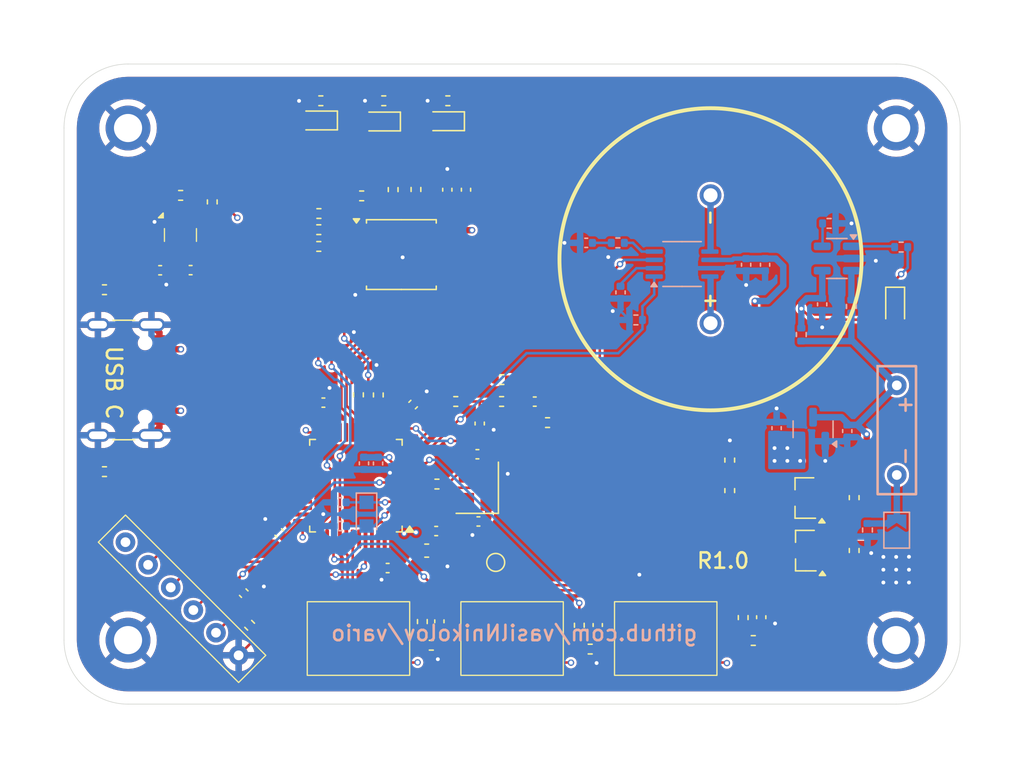
<source format=kicad_pcb>
(kicad_pcb (version 20240108) (generator "pcbnew") (generator_version "8.0")
  (layers (0 "F.Cu" mixed) (1 "In1.Cu" signal) (2 "In2.Cu" signal) (31 "B.Cu" mixed) (34 "B.Paste" user) (35 "F.Paste" user) (36 "B.SilkS" user "B.Silkscreen") (37 "F.SilkS" user "F.Silkscreen") (38 "B.Mask" user) (39 "F.Mask" user) (44 "Edge.Cuts" user))
  (net 0 "")
  (net 1 "VBATT")
  (net 2 "GND")
  (net 3 "VCC")
  (net 4 "VBATT_SW")
  (net 5 "Net-(U1-BYPASS)")
  (net 6 "Net-(C8-Pad2)")
  (net 7 "Net-(C8-Pad1)")
  (net 8 "Net-(C9-Pad1)")
  (net 9 "Net-(C10-Pad1)")
  (net 10 "V_USB")
  (net 11 "/mcu/SW1")
  (net 12 "/mcu/WKUP1")
  (net 13 "/mcu/SW3")
  (net 14 "/mcu/NRST")
  (net 15 "/mcu/OSC32_IN")
  (net 16 "/mcu/OSC32_OUT")
  (net 17 "Net-(D1-K)")
  (net 18 "/leds/LED1")
  (net 19 "Net-(D2-K)")
  (net 20 "/leds/LED2")
  (net 21 "/leds/LED3")
  (net 22 "Net-(D3-K)")
  (net 23 "Net-(D5-K)")
  (net 24 "/mcu/SWCLK")
  (net 25 "/mcu/SWDIO")
  (net 26 "Net-(U1-VoN)")
  (net 27 "Net-(U1-VoP)")
  (net 28 "/mcu/USB_D-")
  (net 29 "/mcu/USB_D+")
  (net 30 "Net-(Q1-D)")
  (net 31 "/mcu/VBATT_SW_EN")
  (net 32 "/bme280/BME280_I2C_SCK")
  (net 33 "/bme280/BME280_I2C_SDA")
  (net 34 "Net-(U3-~{CS})")
  (net 35 "/mcu/MEM_CS_ALT")
  (net 36 "/mcu/SPI1_NSS")
  (net 37 "Net-(U3-DO(IO1))")
  (net 38 "/mcu/SPI1_MOSI")
  (net 39 "Net-(U3-DI(IO0))")
  (net 40 "/mcu/SPI1_MISO")
  (net 41 "/mcu/SPI1_SCK")
  (net 42 "Net-(U3-CLK)")
  (net 43 "/mcu/MEM_WP")
  (net 44 "/mcu/MEM_HOLD")
  (net 45 "/audio_amp/AUDIO_AMP_ENABLE")
  (net 46 "Net-(U1-INP)")
  (net 47 "Net-(U1-INN)")
  (net 48 "/audio_amp/AUDIO_IN_ANALOG")
  (net 49 "/audio_amp/AUDIO_IN_PWM")
  (net 50 "/mcu/ADC_IN3")
  (net 51 "/mcu/BOOT0")
  (net 52 "Net-(U7-~{CHRG})")
  (net 53 "Net-(U7-PROG)")
  (net 58 "Net-(BT2--)")
  (net 59 "/mcu/OSC_IN")
  (net 60 "Net-(C20-Pad1)")
  (net 63 "/mcu/OSC_OUT")
  (net 65 "Net-(U4-CC2)")
  (net 66 "Net-(U4-CC1)")
  (net 69 "Net-(U7-BAT)")
  (net 70 "Net-(S4-B)")
  (net 71 "Net-(S5-B)")
  (net 72 "Net-(S6-B)")
  (net 79 "/mcu/RTC_CALIB")
  (footprint "Resistor_SMD:R_0402_1005Metric" (layer "F.Cu") (at 153.05 143.24 90)
    (property "Reference" "R40" (hide yes))
    (property "Value" "100k")
  )
  (footprint "LED_SMD:LED_0603_1608Metric_Pad1.05x0.95mm_HandSolder" (layer "F.Cu") (at 124.615 104.49 180)
    (property "Reference" "D2" (hide yes))
    (property "Value" "LED")
  )
  (footprint "Capacitor_SMD:C_0402_1005Metric" (layer "F.Cu") (at 127.27 126.6 45)
    (property "Reference" "C30" (hide yes))
    (property "Value" "100nF")
  )
  (footprint "Resistor_SMD:R_0402_1005Metric" (layer "F.Cu") (at 153.84 145.03 180)
    (property "Reference" "R37" (hide yes))
    (property "Value" "100k")
  )
  (footprint "Resistor_SMD:R_0402_1005Metric" (layer "F.Cu") (at 119.91 111.68)
    (property "Reference" "R5" (hide yes))
    (property "Value" "0R")
  )
  (footprint "Resistor_SMD:R_0402_1005Metric" (layer "F.Cu") (at 103.16 131.84 180)
    (property "Reference" "R4" (hide yes))
    (property "Value" "5k1")
  )
  (footprint "Capacitor_SMD:C_0402_1005Metric" (layer "F.Cu") (at 107.51 116.11)
    (property "Reference" "C2" (hide yes))
    (property "Value" "100nF")
  )
  (footprint "Capacitor_SMD:C_0402_1005Metric" (layer "F.Cu") (at 109.89 116.1 180)
    (property "Reference" "C1" (hide yes))
    (property "Value" "100nF")
  )
  (footprint "Capacitor_SMD:C_0402_1005Metric" (layer "F.Cu") (at 141.69 143.82 90)
    (property "Reference" "C17" (hide yes))
    (property "Value" "100nF")
  )
  (footprint "Resistor_SMD:R_0402_1005Metric" (layer "F.Cu") (at 141.1 145.7 180)
    (property "Reference" "R36" (hide yes))
    (property "Value" "100k")
  )
  (footprint "Resistor_SMD:R_0402_1005Metric" (layer "F.Cu") (at 114.5 143.84 135)
    (property "Reference" "R26" (hide yes))
    (property "Value" "10k")
  )
  (footprint "Resistor_SMD:R_0402_1005Metric" (layer "F.Cu") (at 161.72 133.87 90)
    (property "Reference" "R22" (hide yes))
    (property "Value" "100k")
  )
  (footprint "Resistor_SMD:R_0402_1005Metric" (layer "F.Cu") (at 129.13 132.81 180)
    (property "Reference" "R30" (hide yes))
    (property "Value" "0R")
  )
  (footprint "LED_SMD:LED_0603_1608Metric_Pad1.05x0.95mm_HandSolder" (layer "F.Cu") (at 119.695 104.41 180)
    (property "Reference" "D3" (hide yes))
    (property "Value" "LED")
  )
  (footprint "Resistor_SMD:R_0402_1005Metric" (layer "F.Cu") (at 161.72 138 90)
    (property "Reference" "R23" (hide yes))
    (property "Value" "100k")
  )
  (footprint "TestPoint:TestPoint_Pad_D1.0mm" (layer "F.Cu") (at 133.72 138.93)
    (property "Reference" "TP4" (hide yes))
    (property "Value" "TestPoint")
  )
  (footprint "symbol_lib:speaker_footprint" (layer "F.Cu") (at 150.5 115.25 90)
    (property "Reference" "LS1" (hide yes))
    (property "Value" "Speaker")
  )
  (footprint "Capacitor_SMD:C_0402_1005Metric" (layer "F.Cu") (at 132.37 135.73 180)
    (property "Reference" "C13" (hide yes))
    (property "Value" "12.5pF")
  )
  (footprint "Resistor_SMD:R_0402_1005Metric" (layer "F.Cu") (at 128.69 145.4 180)
    (property "Reference" "R27" (hide yes))
    (property "Value" "100k")
  )
  (footprint "Resistor_SMD:R_0402_1005Metric" (layer "F.Cu") (at 152 130.94 90)
    (property "Reference" "R25" (hide yes))
    (property "Value" "100k")
  )
  (footprint "Resistor_SMD:R_0402_1005Metric" (layer "F.Cu") (at 137.77 128.01 180)
    (property "Reference" "R17" (hide yes))
    (property "Value" "100k")
  )
  (footprint "Package_TO_SOT_SMD:SOT-23_Handsoldering" (layer "F.Cu") (at 157.9 138.01 180)
    (property "Reference" "Q1" (hide yes))
    (property "Value" "NMOS")
  )
  (footprint "Capacitor_SMD:C_0402_1005Metric" (layer "F.Cu") (at 136.77 126.37 180)
    (property "Reference" "C8" (hide yes))
    (property "Value" "100nF")
  )
  (footprint "Resistor_SMD:R_0402_1005Metric" (layer "F.Cu") (at 140.25 143.84 90)
    (property "Reference" "R39" (hide yes))
    (property "Value" "100k")
  )
  (footprint "Capacitor_SMD:C_0402_1005Metric" (layer "F.Cu") (at 129.07 136.48)
    (property "Reference" "C24" (hide yes))
    (property "Value" "100nF")
  )
  (footprint "Resistor_SMD:R_0402_1005Metric" (layer "F.Cu") (at 127.49 109.8 -90)
    (property "Reference" "R11" (hide yes))
    (property "Value" "100k")
  )
  (footprint "Capacitor_SMD:C_0402_1005Metric" (layer "F.Cu") (at 132.29 130.48)
    (property "Reference" "C20" (hide yes))
    (property "Value" "12.5pF")
  )
  (footprint "Resistor_SMD:R_0402_1005Metric" (layer "F.Cu") (at 134.18 126.36 180)
    (property "Reference" "R20" (hide yes))
    (property "Value" "0R")
  )
  (footprint "Resistor_SMD:R_0402_1005Metric" (layer "F.Cu") (at 134.2 124.65 180)
    (property "Reference" "R19" (hide yes))
    (property "Value" "0R")
  )
  (footprint "Resistor_SMD:R_0402_1005Metric" (layer "F.Cu") (at 130.6 126.36 180)
    (property "Reference" "R21" (hide yes))
    (property "Value" "680R")
  )
  (footprint "MountingHole:MountingHole_2.2mm_M2_ISO7380_Pad" (layer "F.Cu") (at 165 105)
    (property "Reference" "H3" (hide yes))
    (property "Value" "MountingHole_Pad")
  )
  (footprint "Resistor_SMD:R_0402_1005Metric" (layer "F.Cu") (at 123.25 110.3 180)
    (property "Reference" "R8" (hide yes))
    (property "Value" "100k")
  )
  (footprint "Crystal:Crystal_SMD_3225-4Pin_3.2x2.5mm" (layer "F.Cu") (at 132.28 133.1 90)
    (property "Reference" "Y2" (hide yes))
    (property "Value" "Crystal_GND24")
  )
  (footprint "symbol_lib:TS-1187A-B-A-B_switch" (layer "F.Cu") (at 123 143)
    (property "Reference" "S4" (hide yes))
    (property "Value" "Switch")
  )
  (footprint "Capacitor_SMD:C_0402_1005Metric" (layer "F.Cu") (at 129.94 109.82 90)
    (property "Reference" "C3" (hide yes))
    (property "Value" "100nF")
  )
  (footprint "Resistor_SMD:R_0402_1005Metric" (layer "F.Cu") (at 124.55 125.85 90)
    (property "Reference" "R9" (hide yes))
    (property "Value" "0R")
  )
  (footprint "MountingHole:MountingHole_2.2mm_M2_ISO7380_Pad" (layer "F.Cu") (at 165 145)
    (property "Reference" "H4" (hide yes))
    (property "Value" "MountingHole_Pad")
  )
  (footprint "Resistor_SMD:R_0402_1005Metric" (layer "F.Cu") (at 123 125.84 90)
    (property "Reference" "R7" (hide yes))
    (property "Value" "0R")
  )
  (footprint "Resistor_SMD:R_0402_1005Metric" (layer "F.Cu") (at 119.9 114.25)
    (property "Reference" "R6" (hide yes))
    (property "Value" "0R")
  )
  (footprint "Resistor_SMD:R_0402_1005Metric" (layer "F.Cu") (at 129.98 102.87 180)
    (property "Reference" "R12" (hide yes))
    (property "Value" "1k")
  )
  (footprint "Resistor_SMD:R_0402_1005Metric" (layer "F.Cu") (at 152 133.32 90)
    (property "Reference" "R24" (hide yes))
    (property "Value" "100k")
  )
  (footprint "Resistor_SMD:R_0402_1005Metric" (layer "F.Cu") (at 111.58 110.77 -90)
    (property "Reference" "R1" (hide yes))
    (property "Value" "4k7")
  )
  (footprint "Resistor_SMD:R_0402_1005Metric" (layer "F.Cu") (at 109.11 110.26)
    (property "Reference" "R2" (hide yes))
    (property "Value" "4k7")
  )
  (footprint "symbol_lib:TS-1187A-B-A-B_switch" (layer "F.Cu") (at 135 143)
    (property "Reference" "S5" (hide yes))
    (property "Value" "Switch")
  )
  (footprint "Package_QFP:LQFP-48_7x7mm_P0.5mm" (layer "F.Cu") (at 122.8 132.9375 180)
    (property "Reference" "U5" (hide yes))
    (property "Value" "STM32L072CBTx")
  )
  (footprint "Resistor_SMD:R_0402_1005Metric" (layer "F.Cu") (at 120.06 102.87 180)
    (property "Reference" "R14" (hide yes))
    (property "Value" "1k")
  )
  (footprint "Resistor_SMD:R_0402_1005Metric" (layer "F.Cu") (at 103.16 117.63)
    (property "Reference" "R15" (hide yes))
    (property "Value" "5k1")
  )
  (footprint "Capacitor_SMD:C_0603_1608Metric_Pad1.08x0.95mm_HandSolder" (layer "F.Cu") (at 128.33 138.01)
    (property "Reference" "C4" (hide yes))
    (property "Value" "10uF")
  )
  (footprint "Resistor_SMD:R_0402_1005Metric" (layer "F.Cu") (at 124.975 102.87 180)
    (property "Reference" "R13" (hide yes))
    (property "Value" "1k")
  )
  (footprint "Resistor_SMD:R_0402_1005Metric" (layer "F.Cu") (at 119.9 112.94)
    (property "Reference" "R3" (hide yes))
    (property "Value" "0R")
  )
  (footprint "MountingHole:MountingHole_2.2mm_M2_ISO7380_Pad" (layer "F.Cu") (at 105 145)
    (property "Reference" "H2" (hide yes))
    (property "Value" "MountingHole_Pad")
  )
  (footprint "Capacitor_SMD:C_0402_1005Metric" (layer "F.Cu") (at 116.810589 136.630589 135)
    (property "Reference" "C29" (hide yes))
    (property "Value" "100nF")
  )
  (footprint "Capacitor_SMD:C_0402_1005Metric" (layer "F.Cu") (at 114.04 141.33 -45)
    (property "Reference" "C21" (hide yes))
    (property "Value" "100nF")
  )
  (footprint "Capacitor_SMD:C_0402_1005Metric" (layer "F.Cu") (at 154.46 143.21 90)
    (property "Reference" "C28" (hide yes))
    (property "Value" "100nF")
  )
  (footprint "symbol_lib:SWD_programming" (layer "F.Cu") (at 104.8 137.35 45)
    (property "Reference" "J2" (hide yes))
    (property "Value" "~")
  )
  (footprint "symbol_lib:my_usbc" (layer "F.Cu") (at 112.045 125 -90)
    (property "Reference" "U4" (hide yes))
    (property "Value" "USB C connector")
  )
  (footprint "Capacitor_SMD:C_0402_1005Metric" (layer "F.Cu") (at 132.47 128.08 -90)
    (property "Reference" "C10" (hide yes))
    (property "Value" "10nF")
  )
  (footprint "Package_SO:SOIC-8_5.23x5.23mm_P1.27mm" (layer "F.Cu") (at 126.35 114.885)
    (property "Reference" "U3" (hide yes))
    (property "Value" "W25Q128JVS")
  )
  (footprint "MountingHole:MountingHole_2.2mm_M2_ISO7380_Pad" (layer "F.Cu") (at 105 105)
    (property "Reference" "H1" (hide yes))
    (property "Value" "MountingHole_Pad")
  )
  (footprint "Resistor_SMD:R_0402_1005Metric" (layer "F.Cu") (at 127.99 143.55 90)
    (property "Reference" "R38" (hide yes))
    (property "Value" "100k")
  )
  (footprint "symbol_lib:TS-1187A-B-A-B_switch" (layer "F.Cu") (at 147 143)
    (property "Reference" "S6" (hide yes))
    (property "Value" "Switch")
  )
  (footprint "Resistor_SMD:R_0402_1005Metric" (layer "F.Cu") (at 125.71 109.81 -90)
    (property "Reference" "R10" (hide yes))
    (property "Value" "100k")
  )
  (footprint "LED_SMD:LED_0603_1608Metric_Pad1.05x0.95mm_HandSolder" (layer "F.Cu") (at 129.615 104.47 180)
    (property "Reference" "D1" (hide yes))
    (property "Value" "LED")
  )
  (footprint "Capacitor_SMD:C_0402_1005Metric" (layer "F.Cu") (at 129.32 143.53 90)
    (property "Reference" "C16" (hide yes))
    (property "Value" "100nF")
  )
  (footprint "Capacitor_SMD:C_0402_1005Metric" (layer "F.Cu") (at 120.26 126.45)
    (property "Reference" "C23" (hide yes))
    (property "Value" "100nF")
  )
  (footprint "Capacitor_SMD:C_0402_1005Metric" (layer "F.Cu") (at 131.4 109.82 90)
    (property "Reference" "C15" (hide yes))
    (property "Value" "1uF")
  )
  (footprint "LED_SMD:LED_0603_1608Metric_Pad1.05x0.95mm_HandSolder" (layer "F.Cu") (at 164.92 119.095 -90)
    (property "Reference" "D5" (hide yes))
    (property "Value" "LED")
  )
  (footprint "Package_TO_SOT_SMD:SOT-23_Handsoldering" (layer "F.Cu") (at 157.86 133.9 180)
    (property "Reference" "Q2" (hide yes))
    (property "Value" "PMOS")
  )
  (footprint "Package_LGA:Bosch_LGA-8_2.5x2.5mm_P0.65mm_ClockwisePinNumbering" (layer "F.Cu") (at 109.095 113.355)
    (property "Reference" "U2" (hide yes))
    (property "Value" "BME280")
  )
  (footprint "Capacitor_SMD:C_0402_1005Metric" (layer "F.Cu") (at 125.28 139.37 180)
    (property "Reference" "C22" (hide yes))
    (property "Value" "100nF")
  )
  (footprint "Package_SO:MSOP-8-1EP_3x3mm_P0.65mm_EP2.5x3mm_Mask1.73x2.36mm" (layer "B.Cu") (at 148.275 115.625)
    (property "Reference" "U1" (hide yes))
    (property "Value" "~")
  )
  (footprint "Capacitor_SMD:C_0402_1005Metric" (layer "B.Cu") (at 159.22 118.77 -90)
    (property "Reference" "C14" (hide yes))
    (property "Value" "1uF")
  )
  (footprint "Package_TO_SOT_SMD:SOT-23" (layer "B.Cu") (at 158.51 128.5275 90)
    (property "Reference" "U8" (hide yes))
    (property "Value" "~")
  )
  (footprint "Capacitor_SMD:C_0402_1005Metric" (layer "B.Cu") (at 121.56 134.24 180)
    (property "Reference" "C27" (hide yes))
    (property "Value" "10pF")
  )
  (footprint "Jumper:SolderJumper-2_P1.3mm_Open_TrianglePad1.0x1.5mm" (layer "B.Cu") (at 165.04 136.415 90)
    (property "Reference" "JP2" (hide yes))
    (property "Value" "SolderJumper_2_Bridged")
  )
  (footprint "Resistor_SMD:R_0402_1005Metric" (layer "B.Cu") (at 159.76 112.45)
    (property "Reference" "R29" (hide yes))
    (property "Value" "10k")
  )
  (footprint "Capacitor_SMD:C_0402_1005Metric" (layer "B.Cu") (at 155.66 128.44 90)
    (property "Reference" "C19" (hide yes))
    (property "Value" "1uF")
  )
  (footprint "Capacitor_SMD:C_0402_1005Metric" (layer "B.Cu") (at 123.43 131.19 -90)
    (property "Reference" "C25" (hide yes))
    (property "Value" "100nF")
  )
  (footprint "Capacitor_SMD:C_0402_1005Metric" (layer "B.Cu") (at 140.79 113.97 180)
    (property "Reference" "C9" (hide yes))
    (property "Value" "100nF")
  )
  (footprint "Resistor_SMD:R_0402_1005Metric" (layer "B.Cu") (at 162.76 136.4 -90)
    (property "Reference" "R31" (hide yes))
    (property "Value" "0R")
  )
  (footprint "Crystal:Crystal_SMD_2012-2Pin_2.0x1.2mm_HandSoldering" (layer "B.Cu") (at 123.63 135.165 -90)
    (property "Reference" "Y1" (hide yes))
    (property "Value" "Crystal")
  )
  (footprint "Package_TO_SOT_SMD:SOT-23-5" (layer "B.Cu") (at 160.3625 115.19 180)
    (property "Reference" "U7" (hide yes))
    (property "Value" "~")
  )
  (footprint "Resistor_SMD:R_0402_1005Metric" (layer "B.Cu") (at 161.5 118.94 -90)
    (property "Reference" "R32" (hide yes))
    (property "Value" "0R")
  )
  (footprint "Resistor_SMD:R_0402_1005Metric" (layer "B.Cu") (at 157.59 121.13 -90)
    (property "Reference" "R33" (hide yes))
    (property "Value" "0R")
  )
  (footprint "Capacitor_SMD:C_0402_1005Metric" (layer "B.Cu") (at 143.47 117.84 -90)
    (property "Reference" "C7" (hide yes))
    (property "Value" "1uF")
  )
  (footprint "Capacitor_SMD:C_0402_1005Metric" (layer "B.Cu") (at 124.53 131.2 -90)
    (property "Reference" "C11" (hide yes))
    (property "Value" "1uF")
  )
  (footprint "Resistor_SMD:R_0402_1005Metric" (layer "B.Cu") (at 144.67 119.99)
    (property "Reference" "R16" (hide yes))
    (property "Value" "100k")
  )
  (footprint "Resistor_SMD:R_0402_1005Metric" (layer "B.Cu") (at 143.26 113.97 180)
    (property "Reference" "R18" (hide yes))
    (property "Value" "100k")
  )
  (footprint "symbol_lib:battery_th" (layer "B.Cu") (at 165.05 128.6 -90)
    (property "Reference" "BT2" (hide yes))
    (property "Value" "Battery_Cell")
  )
  (footprint "Capacitor_SMD:C_0402_1005Metric" (layer "B.Cu") (at 153.28 115.68 -90)
    (property "Reference" "C5" (hide yes))
    (property "Value" "1nF")
  )
  (footprint "Capacitor_SMD:C_0402_1005Metric" (layer "B.Cu") (at 161.18 128.67 -90)
    (property "Reference" "C18" (hide yes))
    (property "Value" "1uF")
  )
  (footprint "Capacitor_SMD:C_0402_1005Metric" (layer "B.Cu") (at 154.76 115.68 -90)
    (property "Reference" "C6" (hide yes))
    (property "Value" "1uF")
  )
  (footprint "Capacitor_SMD:C_0402_1005Metric" (layer "B.Cu") (at 121.58 136.09 180)
    (property "Reference" "C26" (hide yes))
    (property "Value" "10pF")
  )
  (footprint "Resistor_SMD:R_0402_1005Metric" (layer "B.Cu") (at 165.39 114.3 180)
    (property "Reference" "R28" (hide yes))
    (property "Value" "330R")
  )
  (gr_line (start 105 150) (end 165 150) (stroke (width 0.05)) (layer "Edge.Cuts"))
  (gr_arc (start 105 150) (mid 101.464466 148.535534) (end 100 145) (stroke (width 0.05)) (layer "Edge.Cuts"))
  (gr_arc (start 165 100) (mid 168.535534 101.464466) (end 170 105) (stroke (width 0.05)) (layer "Edge.Cuts"))
  (gr_line (start 165 100) (end 105 100) (stroke (width 0.05)) (layer "Edge.Cuts"))
  (gr_line (start 170 145) (end 170 105) (stroke (width 0.05)) (layer "Edge.Cuts"))
  (gr_line (start 100 105) (end 100 145) (stroke (width 0.05)) (layer "Edge.Cuts"))
  (gr_arc (start 100 105) (mid 101.464466 101.464466) (end 105 100) (stroke (width 0.05)) (layer "Edge.Cuts"))
  (gr_arc (start 170 145) (mid 168.535534 148.535534) (end 165 150) (stroke (width 0.05)) (layer "Edge.Cuts"))
  (gr_text "github.com/vasilNnikolov/vario" (at 149.58 145.16 0) (layer "B.SilkS") (effects (font (size 1.2 1.2) (thickness 0.2) (bold yes)) (justify left bottom mirror)))
  (gr_text "R1.0" (at 149.32 139.5 0) (layer "F.SilkS") (effects (font (size 1.2 1.2) (thickness 0.2) (bold yes)) (justify left bottom)))
  (segment (start 162.7 129.61) (end 159.36 132.95) (width 0.5) (layer "F.Cu") (net 1))
  (segment (start 159.36 132.95) (end 161.31 132.95) (width 0.2) (layer "F.Cu") (net 1))
  (segment (start 162.7 128.91) (end 162.7 129.61) (width 0.5) (layer "F.Cu") (net 1))
  (segment (start 161.31 132.95) (end 161.72 133.36) (width 0.2) (layer "F.Cu") (net 1))
  (via (at 162.7 128.91) (size 0.5) (drill 0.3) (layers "F.Cu" "B.Cu") (net 1))
  (segment (start 160.99 127.85) (end 161.17 128.03) (width 0.5) (layer "B.Cu") (net 1))
  (segment (start 161.5 121.55) (end 165.05 125.1) (width 0.5) (layer "B.Cu") (net 1))
  (segment (start 161.5 119.45) (end 161.5 121.55) (width 0.5) (layer "B.Cu") (net 1))
  (segment (start 160.73 127.59) (end 160.99 127.85) (width 0.5) (layer "B.Cu") (net 1))
  (segment (start 165.05 125.1) (end 161.96 128.19) (width 0.5) (layer "B.Cu") (net 1))
  (segment (start 161.17 128.03) (end 161.17 128.15) (width 0.5) (layer "B.Cu") (net 1))
  (segment (start 161.41 121.64) (end 161.5 121.55) (width 0.5) (layer "B.Cu") (net 1))
  (segment (start 157.59 121.64) (end 161.41 121.64) (width 0.5) (layer "B.Cu") (net 1))
  (segment (start 161.96 128.19) (end 162.68 128.91) (width 0.5) (layer "B.Cu") (net 1))
  (segment (start 158.51 127.59) (end 160.73 127.59) (width 0.5) (layer "B.Cu") (net 1))
  (segment (start 162.68 128.91) (end 162.7 128.91) (width 0.5) (layer "B.Cu") (net 1))
  (segment (start 161.96 128.19) (end 161.17 128.19) (width 0.5) (layer "B.Cu") (net 1))
  (segment (start 129.32 144.01) (end 129.32 144.53) (width 0.2) (layer "F.Cu") (net 2))
  (segment (start 154.46 143.69) (end 154.46 144.15) (width 0.2) (layer "F.Cu") (net 2))
  (segment (start 107.455 121.48) (end 107.455 120.985) (width 0.5) (layer "F.Cu") (net 2))
  (segment (start 129.32 144.53) (end 129.2 144.65) (width 0.2) (layer "F.Cu") (net 2))
  (segment (start 162.34 137.49) (end 163.05 138.2) (width 0.2) (layer "F.Cu") (net 2))
  (segment (start 114.379411 141.669411) (end 114.750589 141.669411) (width 0.2) (layer "F.Cu") (net 2))
  (segment (start 129.2 144.65) (end 129.2 145.4) (width 0.2) (layer "F.Cu") (net 2))
  (segment (start 108.12 112.33) (end 107.07 112.33) (width 0.2) (layer "F.Cu") (net 2))
  (segment (start 107.455 120.985) (end 106.83 120.36) (width 0.5) (layer "F.Cu") (net 2))
  (segment (start 141.61 145.7) (end 141.61 146.78) (width 0.2) (layer "F.Cu") (net 2))
  (segment (start 125.46 131.93) (end 125.7175 132.1875) (width 0.2) (layer "F.Cu") (net 2))
  (segment (start 129.94 109.34) (end 131.4 109.34) (width 0.5) (layer "F.Cu") (net 2))
  (segment (start 127.609411 126.260589) (end 127.639411 126.260589) (width 0.2) (layer "F.Cu") (net 2))
  (segment (start 131.89 136.78) (end 131.9 136.79) (width 0.5) (layer "F.Cu") (net 2))
  (segment (start 141.69 144.3) (end 141.69 145.62) (width 0.2) (layer "F.Cu") (net 2))
  (segment (start 161.29 137.06) (end 161.72 137.49) (width 0.2) (layer "F.Cu") (net 2))
  (segment (start 131.43 134.2) (end 131.43 135.27) (width 0.5) (layer "F.Cu") (net 2))
  (segment (start 108.77 114.38) (end 108.77 116.05) (width 0.2) (layer "F.Cu") (net 2))
  (segment (start 129.1925 138.01) (end 129.1925 138.4825) (width 0.5) (layer "F.Cu") (net 2))
  (segment (start 161.72 137.49) (end 162.34 137.49) (width 0.2) (layer "F.Cu") (net 2))
  (segment (start 155.53 143.69) (end 155.54 143.7) (width 0.2) (layer "F.Cu") (net 2))
  (segment (start 154.35 144.26) (end 154.35 145.03) (width 0.2) (layer "F.Cu") (net 2))
  (segment (start 120.2225 135.1875) (end 120.25 135.16) (width 0.2) (layer "F.Cu") (net 2))
  (segment (start 107.99 116.11) (end 108.71 116.11) (width 0.2) (layer "F.Cu") (net 2))
  (segment (start 132.47 128.56) (end 133.55 128.56) (width 0.2) (layer "F.Cu") (net 2))
  (segment (start 133.55 128.56) (end 133.56 128.57) (width 0.2) (layer "F.Cu") (net 2))
  (segment (start 124.8 138.68) (end 124.8 139.37) (width 0.2) (layer "F.Cu") (net 2))
  (segment (start 134.65 132) (end 134.66 132.01) (width 0.5) (layer "F.Cu") (net 2))
  (segment (start 120.74 127.08) (end 120.55 127.27) (width 0.2) (layer "F.Cu") (net 2))
  (segment (start 102.65 117.63) (end 102.65 120.36) (width 0.2) (layer "F.Cu") (net 2))
  (segment (start 107.455 127.88) (end 107.455 128.375) (width 0.5) (layer "F.Cu") (net 2))
  (segment (start 131.43 135.27) (end 131.89 135.73) (width 0.5) (layer "F.Cu") (net 2))
  (segment (start 152 129.41) (end 152.01 129.4) (width 0.2) (layer "F.Cu") (net 2))
  (segment (start 118.6375 135.1875) (end 120.2225 135.1875) (width 0.2) (layer "F.Cu") (net 2))
  (segment (start 125.7175 132.1875) (end 126.9625 132.1875) (width 0.2) (layer "F.Cu") (net 2))
  (segment (start 152 130.43) (end 152 129.41) (width 0.2) (layer "F.Cu") (net 2))
  (segment (start 120.74 126.45) (end 120.74 127.08) (width 0.2) (layer "F.Cu") (net 2))
  (segment (start 129.1925 138.4825) (end 129.95 139.24) (width 0.5) (layer "F.Cu") (net 2))
  (segment (start 119.55 102.87) (end 118.37 102.87) (width 0.2) (layer "F.Cu") (net 2))
  (segment (start 154.46 143.69) (end 155.53 143.69) (width 0.2) (layer "F.Cu") (net 2))
  (segment (start 114.750589 141.669411) (end 115.61 140.81) (width 0.2) (layer "F.Cu") (net 2))
  (segment (start 102.65 131.84) (end 102.65 129) (width 0.2) (layer "F.Cu") (net 2))
  (segment (start 113.638835 146.188835) (end 114.860624 144.967046) (width 0.2) (layer "F.Cu") (net 2))
  (segment (start 141.61 146.78) (end 141.6 146.79) (width 0.2) (layer "F.Cu") (net 2))
  (segment (start 129.2 145.4) (end 129.2 146.49) (width 0.2) (layer "F.Cu") (net 2))
  (segment (start 131.89 135.73) (end 131.89 136.78) (width 0.5) (layer "F.Cu") (net 2))
  (segment (start 133.13 130.84) (end 132.77 130.48) (width 0.5) (layer "F.Cu") (net 2))
  (segment (start 129.94 109.34) (end 129.94 108.2) (width 0.5) (layer "F.Cu") (net 2))
  (segment (start 116.471178 136.291178) (end 115.72 135.54) (width 0.2) (layer "F.Cu") (net 2))
  (segment (start 127.639411 126.260589) (end 128.33 125.57) (width 0.2) (layer "F.Cu") (net 2))
  (segment (start 133.13 132) (end 134.65 132) (width 0.5) (layer "F.Cu") (net 2))
  (segment (start 108.71 116.11) (end 109.4 116.11) (width 0.2) (layer "F.Cu") (net 2))
  (segment (start 133.13 132) (end 133.13 130.84) (width 0.5) (layer "F.Cu") (net 2))
  (segment (start 125.05 137.1) (end 125.05 138.43) (width 0.2) (layer "F.Cu") (net 2))
  (segment (start 129.55 136.48) (end 129.55 137.6525) (width 0.5) (layer "F.Cu") (net 2))
  (segment (start 118.6375 135.1875) (end 117.574856 135.1875) (width 0.2) (layer "F.Cu") (net 2))
  (segment (start 129.55 137.6525) (end 129.1925 138.01) (width 0.5) (layer "F.Cu") (net 2))
  (segment (start 120.55 127.27) (end 120.55 128.775) (width 0.2) (layer "F.Cu") (net 2))
  (segment (start 114.860624 144.967046) (end 114.860624 144.200624) (width 0.2) (layer "F.Cu") (net 2))
  (segment (start 109.4 116.11) (end 109.41 116.1) (width 0.2) (layer "F.Cu") (net 2))
  (segment (start 122.75 118.03) (end 122.75 116.79) (width 0.5) (layer "F.Cu") (net 2))
  (segment (start 154.46 144.15) (end 154.35 144.26) (width 0.2) (layer "F.Cu") (net 2))
  (segment (start 159.4 137.06) (end 161.29 137.06) (width 0.2) (layer "F.Cu") (net 2))
  (segment (start 124.465 102.87) (end 123.51 102.87) (width 0.2) (layer "F.Cu") (net 2))
  (segment (start 118.37 102.87) (end 118.36 102.88) (width 0.2) (layer "F.Cu") (net 2))
  (segment (start 120.74 126.45) (end 120.74 125.3) (width 0.2) (layer "F.Cu") (net 2))
  (segment (start 124.8 139.37) (end 124.8 140.28) (width 0.2) (layer "F.Cu") (net 2))
  (segment (start 107.455 128.375) (end 106.83 129) (width 0.5) (layer "F.Cu") (net 2))
  (segment (start 107.99 116.11) (end 107.99 117.23) (width 0.2) (layer "F.Cu") (net 2))
  (segment (start 141.69 145.62) (end 141.61 145.7) (width 0.2) (layer "F.Cu") (net 2))
  (segment (start 125.05 138.43) (end 124.8 138.68) (width 0.2) (layer "F.Cu") (net 2))
  (segment (start 129.47 102.87) (end 128.4 102.87) (width 0.2) (layer "F.Cu") (net 2))
  (segment (start 117.574856 135.1875) (end 116.471178 136.291178) (width 0.2) (layer "F.Cu") (net 2))
  (segment (start 108.77 116.05) (end 108.71 116.11) (width 0.2) (layer "F.Cu") (net 2))
  (via (at 165 138.5) (size 0.5) (drill 0.3) (layers "F.Cu" "B.Cu") (net 2))
  (via (at 129.95 139.24) (size 0.5) (drill 0.3) (layers "F.Cu" "B.Cu") (net 2))
  (via (at 107.99 117.23) (size 0.5) (drill 0.3) (layers "F.Cu" "B.Cu") (net 2))
  (via (at 122.75 118.03) (size 0.5) (drill 0.3) (layers "F.Cu" "B.Cu") (net 2))
  (via (at 133.56 128.57) (size 0.5) (drill 0.3) (layers "F.Cu" "B.Cu") (net 2))
  (via (at 153.28 117.26) (size 0.5) (drill 0.3) (layers "F.Cu" "B.Cu") (net 2))
  (via (at 118.36 102.88) (size 0.5) (drill 0.3) (layers "F.Cu" "B.Cu") (net 2))
  (via (at 124.41 123.51) (size 0.5) (drill 0.3) (layers "F.Cu" "B.Cu") (net 2))
  (via (at 107.07 112.33) (size 0.5) (drill 0.3) (layers "F.Cu" "B.Cu") (net 2))
  (via (at 115.61 140.81) (size 0.5) (drill 0.3) (layers "F.Cu" "B.Cu") (net 2))
  (via (at 141.6 146.79) (size 0.5) (drill 0.3) (layers "F.Cu" "B.Cu") (net 2))
  (via (at 166 139.5) (size 0.5) (drill 0.3) (layers "F.Cu" "B.Cu") (net 2))
  (via (at 163.05 138.2) (size 0.5) (drill 0.3) (layers "F.Cu" "B.Cu") (net 2))
  (via (at 129.2 146.49) (size 0.5) (drill 0.3) (layers "F.Cu" "B.Cu") (net 2))
  (via (at 115.72 135.54) (size 0.5) (drill 0.3) (layers "F.Cu" "B.Cu") (net 2))
  (via (at 120.74 125.3) (size 0.5) (drill 0.3) (layers "F.Cu" "B.Cu") (net 2))
  (via (at 139.09 113.97) (size 0.5) (drill 0.3) (layers "F.Cu" "B.Cu") (net 2))
  (via (at 125.46 131.93) (size 0.5) (drill 0.3) (layers "F.Cu" "B.Cu") (net 2))
  (via (at 134.66 132.01) (size 0.5) (drill 0.3) (layers "F.Cu" "B.Cu") (net 2))
  (via (at 166 140.5) (size 0.5) (drill 0.3) (layers "F.Cu" "B.Cu") (net 2))
  (via (at 142.86 119.3) (size 0.5) (drill 0.3) (layers "F.Cu" "B.Cu") (net 2))
  (via (at 164 140.5) (size 0.5) (drill 0.3) (layers "F.Cu" "B.Cu") (net 2))
  (via (at 165 140.5) (size 0.5) (drill 0.3) (layers "F.Cu" "B.Cu") (net 2))
  (via (at 142.51 115.08) (size 0.5) (drill 0.3) (layers "F.Cu" "B.Cu") (net 2))
  (via (at 152.01 129.4) (size 0.5) (drill 0.3) (layers "F.Cu" "B.Cu") (net 2))
  (via (at 120.25 135.16) (size 0.5) (drill 0.3) (layers "F.Cu" "B.Cu") (net 2))
  (via (at 128.4 102.87) (size 0.5) (drill 0.3) (layers "F.Cu" "B.Cu") (net 2))
  (via (at 159.22 120.57) (size 0.5) (drill 0.3) (layers "F.Cu" "B.Cu") (net 2))
  (via (at 155.66 126.9) (size 0.5) (drill 0.3) (layers "F.Cu" "B.Cu") (net 2))
  (via (at 155.54 143.7) (size 0.5) (drill 0.3) (layers "F.Cu" "B.Cu") (net 2))
  (via (at 123.51 102.87) (size 0.5) (drill 0.3) (layers "F.Cu" "B.Cu") (net 2))
  (via (at 124.8 140.28) (size 0.5) (drill 0.3) (layers "F.Cu" "B.Cu") (net 2))
  (via (at 164 139.5) (size 0.5) (drill 0.3) (layers "F.Cu" "B.Cu") (net 2))
  (via (at 159.46 131) (size 0.5) (drill 0.3) (layers "F.Cu" "B.Cu") (net 2))
  (via (at 144.94 139.89) (size 0.5) (drill 0.3) (layers "F.Cu" "B.Cu") (net 2))
  (via (at 129.94 108.2) (size 0.5) (drill 0.3) (layers "F.Cu" "B.Cu") (net 2))
  (via (at 122.64 120.94) (size 0.5) (drill 0.3) (layers "F.Cu" "B.Cu") (net 2))
  (via (at 128.33 125.57) (size 0.5) (drill 0.3) (layers "F.Cu" "B.Cu") (net 2))
  (via (at 164 138.5) (size 0.5) (drill 0.3) (layers "F.Cu" "B.Cu") (net 2))
  (via (at 166 138.49) (size 0.5) (drill 0.3) (layers "F.Cu" "B.Cu") (net 2))
  (via (at 131.9 136.79) (size 0.5) (drill 0.3) (layers "F.Cu" "B.Cu") (net 2))
  (via (at 161.51 112.45) (size 0.5) (drill 0.3) (layers "F.Cu" "B.Cu") (net 2))
  (via (at 126.45 115.1) (size 0.5) (drill 0.3) (layers "F.Cu" "B.Cu") (net 2))
  (via (at 163.41 115.37) (size 0.5) (drill 0.3) (layers "F.Cu" "B.Cu") (net 2))
  (via (at 165 139.5) (size 0.5) (drill 0.3) (layers "F.Cu" "B.Cu") (net 2))
  (segment (start 140.31 113.97) (end 139.09 113.97) (width 0.2) (layer "B.Cu") (net 2))
  (segment (start 153.28 116.16) (end 154.76 116.16) (width 0.5) (layer "B.Cu") (net 2))
  (segment (start 152.22 116.16) (end 153.28 116.16) (width 0.35) (layer "B.Cu") (net 2))
  (segment (start 143.47 118.32) (end 143.47 119.3) (width 0.2) (layer "B.Cu") (net 2))
  (segment (start 159.22 119.25) (end 159.22 120.57) (width 0.5) (layer "B.Cu") (net 2))
  (segment (start 159.46 129.465) (end 159.46 131) (width 0.5) (layer "B.Cu") (net 2))
  (segment (start 164.45 136.91) (end 164.68 137.14) (width 0.5) (layer "B.Cu") (net 2))
  (segment (start 160.915 129.465) (end 161.17 129.21) (width 0.5) (layer "B.Cu") (net 2))
  (segment (start 123.44 131.68) (end 123.43 131.67) (width 0.5) (layer "B.Cu") (net 2))
  (segment (start 124.53 131.68) (end 125.21 131.68) (width 0.2) (layer "B.Cu") (net 2))
  (segment (start 155.66 127.96) (end 155.66 126.9) (width 0.5) (layer "B.Cu") (net 2))
  (segment (start 124.53 131.68) (end 123.44 131.68) (width 0.5) (layer "B.Cu") (net 2))
  (segment (start 161.5 115.19) (end 163.23 115.19) (width 0.5) (layer "B.Cu") (net 2))
  (segment (start 162.76 136.91) (end 164.45 136.91) (width 0.5) (layer "B.Cu") (net 2))
  (segment (start 148.6 115.95) (end 148.275 115.625) (width 0.2) (layer "B.Cu") (net 2))
  (segment (start 159.46 129.465) (end 160.915 129.465) (width 0.5) (layer "B.Cu") (net 2))
  (segment (start 143.47 119.3) (end 142.86 119.3) (width 0.2) (layer "B.Cu") (net 2))
  (segment (start 143.47 119.3) (end 144.16 119.99) (width 0.2) (layer "B.Cu") (net 2))
  (segment (start 160.27 112.45) (end 161.51 112.45) (width 0.5) (layer "B.Cu") (net 2))
  (segment (start 163.23 115.19) (end 163.41 115.37) (width 0.5) (layer "B.Cu") (net 2))
  (segment (start 152.01 115.95) (end 152.22 116.16) (width 0.35) (layer "B.Cu") (net 2))
  (segment (start 125.21 131.68) (end 125.46 131.93) (width 0.2) (layer "B.Cu") (net 2))
  (segment (start 153.28 116.16) (end 153.28 117.26) (width 0.5) (layer "B.Cu") (net 2))
  (segment (start 150.45 115.95) (end 152.01 115.95) (width 0.35) (layer "B.Cu") (net 2))
  (segment (start 111.05 109.4) (end 111.58 109.93) (width 0.2) (layer "F.Cu") (net 3))
  (segment (start 129.94 110.3) (end 131.4 110.3) (width 0.5) (layer "F.Cu") (net 3))
  (segment (start 108.77 113.08) (end 108.79 113.08) (width 0.2) (layer "F.Cu") (net 3))
  (segment (start 129.94 112.97) (end 129.95 112.98) (width 0.5) (layer "F.Cu") (net 3))
  (segment (start 119.78 126.99) (end 119.78 126.45) (width 0.2) (layer "F.Cu") (net 3))
  (segment (start 126.19259 131.6875) (end 126.9625 131.6875) (width 0.2) (layer "F.Cu") (net 3))
  (segment (start 120.05 128.775) (end 120.05 127.26) (width 0.2) (layer "F.Cu") (net 3))
  (segment (start 150 146.75) (end 151.74 146.75) (width 0.2) (layer "F.Cu") (net 3))
  (segment (start 120.05 128.775) (end 119.065 128.775) (width 0.2) (layer "F.Cu") (net 3))
  (segment (start 129.94 110.3) (end 129.94 112.97) (width 0.5) (layer "F.Cu") (net 3))
  (segment (start 107.03 115.47) (end 108.12 114.38) (width 0.2) (layer "F.Cu") (net 3))
  (segment (start 108.79 113.08) (end 109.42 113.71) (width 0.2) (layer "F.Cu") (net 3))
  (segment (start 120.05 127.26) (end 119.78 126.99) (width 0.2) (layer "F.Cu") (net 3))
  (segment (start 108.6 109.87) (end 109.07 109.4) (width 0.2) (layer "F.Cu") (net 3))
  (segment (start 108.6 110.26) (end 108.6 109.87) (width 0.2) (layer "F.Cu") (net 3))
  (segment (start 119.065 128.775) (end 118.89 128.6) (width 0.2) (layer "F.Cu") (net 3))
  (segment (start 127.61 146.75) (end 127.62 146.74) (width 0.2) (layer "F.Cu") (net 3))
  (segment (start 111.79 110.26) (end 113.54 112.01) (width 0.2) (layer "F.Cu") (net 3))
  (segment (start 118.4325 135.6875) (end 118.6375 135.6875) (width 0.2) (layer "F.Cu") (net 3))
  (segment (start 110.37 114.68) (end 110.07 114.38) (width 0.2) (layer "F.Cu") (net 3))
  (segment (start 111.58 110.26) (end 111.79 110.26) (width 0.2) (layer "F.Cu") (net 3))
  (segment (start 138 146.75) (end 139.59 146.75) (width 0.2) (layer "F.Cu") (net 3))
  (segment (start 129.94 110.3) (end 129.14 110.3) (width 0.5) (layer "F.Cu") (net 3))
  (segment (start 108.6 110.26) (end 108.6 111.23) (width 0.2) (layer "F.Cu") (net 3))
  (segment (start 117.355 136.97) (end 117.15 136.97) (width 0.2) (layer "F.Cu") (net 3))
  (segment (start 124.26 110.3) (end 123.76 110.3) (width 0.5) (layer "F.Cu") (net 3))
  (segment (start 125.72 109.29) (end 125.71 109.3) (width 0.5) (layer "F.Cu") (net 3))
  (segment (start 118.6375 135.6875) (end 118.6375 136.9675) (width 0.2) (layer "F.Cu") (net 3))
  (segment (start 109.07 109.4) (end 111.05 109.4) (width 0.2) (layer "F.Cu") (net 3))
  (segment (start 109.42 114.38) (end 110.07 114.38) (width 0.2) (layer "F.Cu") (net 3))
  (segment (start 128.13 109.29) (end 127.49 109.29) (width 0.5) (layer "F.Cu") (net 3))
  (segment (start 125.26 109.3) (end 124.26 110.3) (width 0.5) (layer "F.Cu") (net 3))
  (segment (start 151.74 146.75) (end 151.78 146.79) (width 0.2) (layer "F.Cu") (net 3))
  (segment (start 129.95 112.98) (end 131.87 112.98) (width 0.5) (layer "F.Cu") (net 3))
  (segment (start 117.15 136.97) (end 118.4325 135.6875) (width 0.2) (layer "F.Cu") (net 3))
  (segment (start 110.37 116.1) (end 110.37 114.68) (width 0.2) (layer "F.Cu") (net 3))
  (segment (start 108.12 114.38) (end 108.12 113.73) (width 0.2) (layer "F.Cu") (net 3))
  (segment (start 108.77 111.4) (end 108.77 112.33) (width 0.2) (layer "F.Cu") (net 3))
  (segment (start 108.77 113.08) (end 108.77 112.33) (width 0.2) (layer "F.Cu") (net 3))
  (segment (start 111.58 109.93) (end 111.58 110.26) (width 0.2) (layer "F.Cu") (net 3))
  (segment (start 118.6375 136.9675) (end 118.64 136.97) (width 0.2) (layer "F.Cu") (net 3))
  (segment (start 108.6 111.23) (end 108.77 111.4) (width 0.2) (layer "F.Cu") (net 3))
  (segment (start 107.03 116.11) (end 107.03 115.47) (width 0.2) (layer "F.Cu") (net 3))
  (segment (start 125.4 130.72) (end 125.4 130.89491) (width 0.2) (layer "F.Cu") (net 3))
  (segment (start 109.42 113.71) (end 109.42 114.38) (width 0.2) (layer "F.Cu") (net 3))
  (segment (start 127.49 109.29) (end 125.72 109.29) (width 0.5) (layer "F.Cu") (net 3))
  (segment (start 139.59 146.75) (end 139.6 146.76) (width 0.2) (layer "F.Cu") (net 3))
  (segment (start 125.4 130.89491) (end 126.19259 131.6875) (width 0.2) (layer "F.Cu") (net 3))
  (segment (start 129.14 110.3) (end 128.13 109.29) (width 0.5) (layer "F.Cu") (net 3))
  (segment (start 125.71 109.3) (end 125.26 109.3) (width 0.5) (layer "F.Cu") (net 3))
  (segment (start 126 146.75) (end 127.61 146.75) (width 0.2) (layer "F.Cu") (net 3))
  (segment (start 108.12 113.73) (end 108.77 113.08) (width 0.2) (layer "F.Cu") (net 3))
  (via (at 131.87 112.98) (size 0.5) (drill 0.3) (layers "F.Cu" "B.Cu") (net 3))
  (via (at 156.5 131) (size 0.5) (drill 0.3) (layers "F.Cu" "B.Cu") (net 3))
  (via (at 125.4 130.72) (size 0.5) (drill 0.3) (layers "F.Cu" "B.Cu") (net 3))
  (via (at 157.5 131) (size 0.5) (drill 0.3) (layers "F.Cu" "B.Cu") (net 3))
  (via (at 155.5 130) (size 0.5) (drill 0.3) (layers "F.Cu" "B.Cu") (net 3))
  (via (at 118.89 128.6) (size 0.5) (drill 0.3) (layers "F.Cu" "B.Cu") (net 3))
  (via (at 139.6 146.76) (size 0.5) (drill 0.3) (layers "F.Cu" "B.Cu") (net 3))
  (via (at 118.64 136.97) (size 0.5) (drill 0.3) (layers "F.Cu" "B.Cu") (net 3))
  (via (at 113.54 112.01) (size 0.5) (drill 0.3) (layers "F.Cu" "B.Cu") (net 3))
  (via (at 127.49 136.58) (size 0.5) (drill 0.3) (layers "F.Cu" "B.Cu") (net 3))
  (via (at 127.62 146.74) (size 0.5) (drill 0.3) (layers "F.Cu" "B.Cu") (net 3))
  (via (at 151.78 146.79) (size 0.5) (drill 0.3) (layers "F.Cu" "B.Cu") (net 3))
  (via (at 126.57 136.68) (size 0.5) (drill 0.3) (layers "F.Cu" "B.Cu") (net 3))
  (via (at 156.5 130) (size 0.5) (drill 0.3) (layers "F.Cu" "B.Cu") (net 3))
  (via (at 155.5 131) (size 0.5) (drill 0.3) (layers "F.Cu" "B.Cu") (net 3))
  (segment (start 124.53 130.72) (end 123.44 130.72) (width 0.5) (layer "B.Cu") (net 3))
  (segment (start 123.44 130.72) (end 123.43 130.71) (width 0.5) (layer "B.Cu") (net 3))
  (segment (start 125.41 130.72) (end 124.53 130.72) (width 0.2) (layer "B.Cu") (net 3))
  (segment (start 125.4 130.72) (end 125.41 130.72) (width 0.2) (layer "B.Cu") (net 3))
  (segment (start 153.02 133.83) (end 153.95 132.9) (width 0.2) (layer "F.Cu") (net 4))
  (segment (start 153.95 118.52) (end 153.96 118.51) (width 0.5) (layer "F.Cu") (net 4))
  (segment (start 152 133.83) (end 153.02 133.83) (width 0.2) (layer "F.Cu") (net 4))
  (segment (start 156.36 133.9) (end 154.95 133.9) (width 0.5) (layer "F.Cu") (net 4))
  (segment (start 153.95 132.9) (end 153.95 118.52) (width 0.5) (layer "F.Cu") (net 4))
  (segment (start 154.95 133.9) (end 153.95 132.9) (width 0.5) (layer "F.Cu") (net 4))
  (via (at 153.96 118.51) (size 0.5) (drill 0.3) (layers "F.Cu" "B.Cu") (net 4))
  (segment (start 153.96 118.51) (end 154.97 118.51) (width 0.5) (layer "B.Cu") (net 4))
  (segment (start 152.21 115.3) (end 152.31 115.2) (width 0.35) (layer "B.Cu") (net 4))
  (segment (start 152.31 115.2) (end 153.28 115.2) (width 0.35) (layer "B.Cu") (net 4))
  (segment (start 150.45 115.3) (end 152.21 115.3) (width 0.35) (layer "B.Cu") (net 4))
  (segment (start 155.59 115.2) (end 154.76 115.2) (width 0.5) (layer "B.Cu") (net 4))
  (segment (start 153.28 115.2) (end 154.76 115.2) (width 0.5) (layer "B.Cu") (net 4))
  (segment (start 156.18 117.3) (end 156.18 115.79) (width 0.5) (layer "B.Cu") (net 4))
  (segment (start 154.97 118.51) (end 156.18 117.3) (width 0.5) (layer "B.Cu") (net 4))
  (segment (start 156.18 115.79) (end 155.59 115.2) (width 0.5) (layer "B.Cu") (net 4))
  (segment (start 144.71 115.95) (end 143.47 117.19) (width 0.2) (layer "B.Cu") (net 5))
  (segment (start 146.1 115.95) (end 144.71 115.95) (width 0.2) (layer "B.Cu") (net 5))
  (segment (start 143.47 117.19) (end 143.47 117.36) (width 0.2) (layer "B.Cu") (net 5))
  (segment (start 134.71 124.65) (end 134.71 126.34) (width 0.2) (layer "F.Cu") (net 6))
  (segment (start 136.28 126.36) (end 136.29 126.37) (width 0.2) (layer "F.Cu") (net 6))
  (segment (start 134.69 126.36) (end 136.28 126.36) (width 0.2) (layer "F.Cu") (net 6))
  (segment (start 134.71 126.34) (end 134.69 126.36) (width 0.2) (layer "F.Cu") (net 6))
  (segment (start 137.25 128) (end 137.26 128.01) (width 0.2) (layer "F.Cu") (net 7))
  (segment (start 137.25 126.37) (end 137.25 128) (width 0.2) (layer "F.Cu") (net 7))
  (segment (start 142.75 113.97) (end 141.27 113.97) (width 0.2) (layer "B.Cu") (net 8))
  (segment (start 132.47 126.37) (end 132.46 126.36) (width 0.2) (layer "F.Cu") (net 9))
  (segment (start 131.11 126.36) (end 132.46 126.36) (width 0.2) (layer "F.Cu") (net 9))
  (segment (start 132.46 126.36) (end 133.67 126.36) (width 0.2) (layer "F.Cu") (net 9))
  (segment (start 132.47 127.6) (end 132.47 126.37) (width 0.2) (layer "F.Cu") (net 9))
  (segment (start 164.92 119.97) (end 158.45 119.97) (width 0.2) (layer "F.Cu") (net 10))
  (segment (start 107.455 127.08) (end 109.13 127.08) (width 0.5) (layer "F.Cu") (net 10))
  (segment (start 107.455 122.28) (end 109.13 122.28) (width 0.5) (layer "F.Cu") (net 10))
  (segment (start 107.465 127.07) (end 107.455 127.08) (width 0.5) (layer "F.Cu") (net 10))
  (segment (start 158.45 119.97) (end 157.59 119.11) (width 0.2) (layer "F.Cu") (net 10))
  (via (at 109.13 127.08) (size 0.5) (drill 0.3) (layers "F.Cu" "B.Cu") (net 10))
  (via (at 109.13 122.28) (size 0.5) (drill 0.3) (layers "F.Cu" "B.Cu") (net 10))
  (via (at 157.59 119.11) (size 0.5) (drill 0.3) (layers "F.Cu" "B.Cu") (net 10))
  (segment (start 159.225 118.285) (end 159.22 118.29) (width 0.5) (layer "B.Cu") (net 10))
  (segment (start 158.03 118.29) (end 157.59 118.73) (width 0.5) (layer "B.Cu") (net 10))
  (segment (start 157.59 119.11) (end 157.59 120.62) (width 0.5) (layer "B.Cu") (net 10))
  (segment (start 159.22 118.29) (end 158.03 118.29) (width 0.5) (layer "B.Cu") (net 10))
  (segment (start 157.59 118.73) (end 157.59 119.11) (width 0.5) (layer "B.Cu") (net 10))
  (segment (start 159.225 116.14) (end 159.225 118.285) (width 0.5) (layer "B.Cu") (net 10))
  (segment (start 127.99 142.43) (end 127.99 143.04) (width 0.2) (layer "F.Cu") (net 11))
  (segment (start 127.99 143.04) (end 129.31 143.04) (width 0.2) (layer "F.Cu") (net 11))
  (segment (start 122.15 138.36) (end 122.15 140.715686) (width 0.2) (layer "F.Cu") (net 11))
  (segment (start 129.31 143.04) (end 129.32 143.05) (width 0.2) (layer "F.Cu") (net 11))
  (segment (start 122.05 138.26) (end 122.15 138.36) (width 0.2) (layer "F.Cu") (net 11))
  (segment (start 122.944314 141.51) (end 127.07 141.51) (width 0.2) (layer "F.Cu") (net 11))
  (segment (start 122.15 140.715686) (end 122.944314 141.51) (width 0.2) (layer "F.Cu") (net 11))
  (segment (start 127.07 141.51) (end 127.99 142.43) (width 0.2) (layer "F.Cu") (net 11))
  (segment (start 122.05 137.1) (end 122.05 138.26) (width 0.2) (layer "F.Cu") (net 11))
  (segment (start 141.68 143.33) (end 141.69 143.34) (width 0.2) (layer "F.Cu") (net 12))
  (segment (start 141.84 143.33) (end 141.85 143.32) (width 0.2) (layer "F.Cu") (net 12))
  (segment (start 140.25 143.33) (end 141.68 143.33) (width 0.2) (layer "F.Cu") (net 12))
  (segment (start 128.2725 131.1875) (end 128.54 130.92) (width 0.2) (layer "F.Cu") (net 12))
  (segment (start 126.9625 131.1875) (end 128.2725 131.1875) (width 0.2) (layer "F.Cu") (net 12))
  (segment (start 140.25 142.1) (end 140.25 143.33) (width 0.2) (layer "F.Cu") (net 12))
  (via (at 140.25 142.1) (size 0.5) (drill 0.3) (layers "F.Cu" "B.Cu") (net 12))
  (via (at 128.54 130.92) (size 0.5) (drill 0.3) (layers "F.Cu" "B.Cu") (net 12))
  (segment (start 129.07 130.92) (end 140.25 142.1) (width 0.2) (layer "B.Cu") (net 12))
  (segment (start 128.54 130.92) (end 129.07 130.92) (width 0.2) (layer "B.Cu") (net 12))
  (segment (start 153.05 142.14) (end 152.02 141.11) (width 0.2) (layer "F.Cu") (net 13))
  (segment (start 123.11 141.11) (end 152.02 141.11) (width 0.2) (layer "F.Cu") (net 13))
  (segment (start 122.55 137.1) (end 122.55 140.55) (width 0.2) (layer "F.Cu") (net 13))
  (segment (start 122.55 140.55) (end 123.11 141.11) (width 0.2) (layer "F.Cu") (net 13))
  (segment (start 153.05 142.73) (end 154.46 142.73) (width 0.2) (layer "F.Cu") (net 13))
  (segment (start 153.05 142.73) (end 153.05 142.14) (width 0.2) (layer "F.Cu") (net 13))
  (segment (start 111.766013 140.990589) (end 110.103301 142.653301) (width 0.2) (layer "F.Cu") (net 14))
  (segment (start 113.700589 140.990589) (end 111.766013 140.990589) (width 0.2) (layer "F.Cu") (net 14))
  (segment (start 124.6425 132.6875) (end 126.9625 132.6875) (width 0.2) (layer "F.Cu") (net 14))
  (segment (start 113.700589 140.990589) (end 113.700589 140.089411) (width 0.2) (layer "F.Cu") (net 14))
  (segment (start 113.700589 140.089411) (end 113.96 139.83) (width 0.2) (layer "F.Cu") (net 14))
  (segment (start 124.64 132.69) (end 124.6425 132.6875) (width 0.2) (layer "F.Cu") (net 14))
  (via (at 113.96 139.83) (size 0.5) (drill 0.3) (layers "F.Cu" "B.Cu") (net 14))
  (via (at 124.64 132.69) (size 0.5) (drill 0.3) (layers "F.Cu" "B.Cu") (net 14))
  (segment (start 121.1 132.69) (end 124.64 132.69) (width 0.2) (layer "B.Cu") (net 14))
  (segment (start 113.96 139.83) (end 121.1 132.69) (width 0.2) (layer "B.Cu") (net 14))
  (segment (start 125.04 135.26) (end 125.6125 134.6875) (width 0.2) (layer "F.Cu") (net 15))
  (segment (start 125.6125 134.6875) (end 126.9625 134.6875) (width 0.2) (layer "F.Cu") (net 15))
  (via (at 125.04 135.26) (size 0.5) (drill 0.3) (layers "F.Cu" "B.Cu") (net 15))
  (segment (start 123.63 136.09) (end 124.21 136.09) (width 0.2) (layer "B.Cu") (net 15))
  (segment (start 122.06 136.09) (end 123.63 136.09) (width 0.2) (layer "B.Cu") (net 15))
  (segment (start 124.21 136.09) (end 125.04 135.26) (width 0.2) (layer "B.Cu") (net 15))
  (segment (start 125.08 134.24) (end 125.1325 134.1875) (width 0.2) (layer "F.Cu") (net 16))
  (segment (start 125.1325 134.1875) (end 126.9625 134.1875) (width 0.2) (layer "F.Cu") (net 16))
  (via (at 125.08 134.24) (size 0.5) (drill 0.3) (layers "F.Cu" "B.Cu") (net 16))
  (segment (start 123.63 134.24) (end 125.08 134.24) (width 0.2) (layer "B.Cu") (net 16))
  (segment (start 122.04 134.24) (end 123.63 134.24) (width 0.2) (layer "B.Cu") (net 16))
  (segment (start 130.49 102.87) (end 130.49 104.47) (width 0.2) (layer "F.Cu") (net 17))
  (segment (start 120.26 106.78) (end 127.27 106.78) (width 0.2) (layer "F.Cu") (net 18))
  (segment (start 116.65 129.46) (end 116.65 110.39) (width 0.2) (layer "F.Cu") (net 18))
  (segment (start 116.65 110.39) (end 120.26 106.78) (width 0.2) (layer "F.Cu") (net 18))
  (segment (start 118.6375 130.1875) (end 117.3775 130.1875) (width 0.2) (layer "F.Cu") (net 18))
  (segment (start 127.27 106.78) (end 128.74 105.31) (width 0.2) (layer "F.Cu") (net 18))
  (segment (start 128.74 105.31) (end 128.74 104.47) (width 0.2) (layer "F.Cu") (net 18))
  (segment (start 117.3775 130.1875) (end 116.65 129.46) (width 0.2) (layer "F.Cu") (net 18))
  (segment (start 125.485 102.87) (end 125.485 104.485) (width 0.2) (layer "F.Cu") (net 19))
  (segment (start 125.485 104.485) (end 125.49 104.49) (width 0.2) (layer "F.Cu") (net 19))
  (segment (start 118.6375 130.6875) (end 117.311814 130.6875) (width 0.2) (layer "F.Cu") (net 20))
  (segment (start 116.25 129.625686) (end 116.25 110.224314) (width 0.2) (layer "F.Cu") (net 20))
  (segment (start 123.74 105.16) (end 123.74 104.49) (width 0.2) (layer "F.Cu") (net 20))
  (segment (start 122.52 106.38) (end 123.74 105.16) (width 0.2) (layer "F.Cu") (net 20))
  (segment (start 117.311814 130.6875) (end 116.25 129.625686) (width 0.2) (layer "F.Cu") (net 20))
  (segment (start 116.25 110.224314) (end 120.094314 106.38) (width 0.2) (layer "F.Cu") (net 20))
  (segment (start 120.094314 106.38) (end 122.52 106.38) (width 0.2) (layer "F.Cu") (net 20))
  (segment (start 115.85 129.791372) (end 115.85 110.058628) (width 0.2) (layer "F.Cu") (net 21))
  (segment (start 118.6375 131.1875) (end 117.246128 131.1875) (width 0.2) (layer "F.Cu") (net 21))
  (segment (start 118.82 107.088628) (end 118.82 104.41) (width 0.2) (layer "F.Cu") (net 21))
  (segment (start 115.85 110.058628) (end 118.82 107.088628) (width 0.2) (layer "F.Cu") (net 21))
  (segment (start 117.246128 131.1875) (end 115.85 129.791372) (width 0.2) (layer "F.Cu") (net 21))
  (segment (start 120.57 102.87) (end 120.57 104.41) (width 0.2) (layer "F.Cu") (net 22))
  (segment (start 164.92 118.22) (end 164.92 116.88) (width 0.2) (layer "F.Cu") (net 23))
  (segment (start 164.92 116.88) (end 165.39 116.41) (width 0.2) (layer "F.Cu") (net 23))
  (via (at 165.39 116.41) (size 0.5) (drill 0.3) (layers "F.Cu" "B.Cu") (net 23))
  (segment (start 165.39 116.41) (end 165.9 115.9) (width 0.2) (layer "B.Cu") (net 23))
  (segment (start 165.9 115.9) (end 165.9 114.3) (width 0.2) (layer "B.Cu") (net 23))
  (segment (start 118.27 138.88) (end 120.05 137.1) (width 0.2) (layer "F.Cu") (net 24))
  (segment (start 110.341068 138.88) (end 118.27 138.88) (width 0.2) (layer "F.Cu") (net 24))
  (segment (start 108.335534 140.885534) (end 110.341068 138.88) (width 0.2) (layer "F.Cu") (net 24))
  (segment (start 118.6375 134.6875) (end 110.998034 134.6875) (width 0.2) (layer "F.Cu") (net 25))
  (segment (start 110.998034 134.6875) (end 106.567767 139.117767) (width 0.2) (layer "F.Cu") (net 25))
  (segment (start 150.5 110.25) (end 150.5 114.57) (width 0.5) (layer "B.Cu") (net 26))
  (segment (start 150.5 120.25) (end 150.5 116.68) (width 0.5) (layer "B.Cu") (net 27))
  (segment (start 108.4232 123.955) (end 110.745 126.2768) (width 0.2) (layer "F.Cu") (net 28))
  (segment (start 107.405 123.93) (end 107.83 123.93) (width 0.2) (layer "F.Cu") (net 28))
  (segment (start 117.506249 133.7125) (end 117.531249 133.6875) (width 0.2) (layer "F.Cu") (net 28))
  (segment (start 110.745 131.3068) (end 113.1507 133.7125) (width 0.2) (layer "F.Cu") (net 28))
  (segment (start 113.1507 133.7125) (end 117.506249 133.7125) (width 0.2) (layer "F.Cu") (net 28))
  (segment (start 110.745 126.2768) (end 110.745 131.3068) (width 0.2) (layer "F.Cu") (net 28))
  (segment (start 106.56 123.93) (end 106.11 124.38) (width 0.2) (layer "F.Cu") (net 28))
  (segment (start 107.83 123.93) (end 107.855 123.955) (width 0.2) (layer "F.Cu") (net 28))
  (segment (start 107.405 123.93) (end 106.56 123.93) (width 0.2) (layer "F.Cu") (net 28))
  (segment (start 107.855 123.955) (end 108.4232 123.955) (width 0.2) (layer "F.Cu") (net 28))
  (segment (start 106.11 124.38) (end 106.66 124.93) (width 0.2) (layer "F.Cu") (net 28))
  (segment (start 117.531249 133.6875) (end 118.6375 133.6875) (width 0.2) (layer "F.Cu") (net 28))
  (segment (start 106.66 124.93) (end 107.405 124.93) (width 0.2) (layer "F.Cu") (net 28))
  (segment (start 107.83 124.43) (end 107.855 124.405) (width 0.2) (layer "F.Cu") (net 29))
  (segment (start 117.506249 134.1625) (end 117.531249 134.1875) (width 0.2) (layer "F.Cu") (net 29))
  (segment (start 110.295 126.4632) (end 110.295 131.4932) (width 0.2) (layer "F.Cu") (net 29))
  (segment (start 108.7509 124.9191) (end 110.295 126.4632) (width 0.2) (layer "F.Cu") (net 29))
  (segment (start 108.2368 124.405) (end 108.7509 124.9191) (width 0.2) (layer "F.Cu") (net 29))
  (segment (start 108.24 125.43) (end 108.7509 124.9191) (width 0.2) (layer "F.Cu") (net 29))
  (segment (start 107.405 125.43) (end 108.24 125.43) (width 0.2) (layer "F.Cu") (net 29))
  (segment (start 107.855 124.405) (end 108.2368 124.405) (width 0.2) (layer "F.Cu") (net 29))
  (segment (start 110.295 131.4932) (end 112.9643 134.1625) (width 0.2) (layer "F.Cu") (net 29))
  (segment (start 112.9643 134.1625) (end 117.506249 134.1625) (width 0.2) (layer "F.Cu") (net 29))
  (segment (start 107.405 124.43) (end 107.83 124.43) (width 0.2) (layer "F.Cu") (net 29))
  (segment (start 117.531249 134.1875) (end 118.6375 134.1875) (width 0.2) (layer "F.Cu") (net 29))
  (segment (start 159.36 134.85) (end 158.41 134.85) (width 0.2) (layer "F.Cu") (net 30))
  (segment (start 159.36 134.85) (end 161.25 134.85) (width 0.2) (layer "F.Cu") (net 30))
  (segment (start 158.41 134.85) (end 156.4 136.86) (width 0.2) (layer "F.Cu") (net 30))
  (segment (start 161.25 134.85) (end 161.72 134.38) (width 0.2) (layer "F.Cu") (net 30))
  (segment (start 156.4 136.86) (end 156.4 138.01) (width 0.2) (layer "F.Cu") (net 30))
  (segment (start 159.4 139.49) (end 159.4 138.96) (width 0.2) (layer "F.Cu") (net 31))
  (segment (start 121.05 137.1) (end 121.05 138.62) (width 0.2) (layer "F.Cu") (net 31))
  (segment (start 161.27 138.96) (end 161.72 138.51) (width 0.2) (layer "F.Cu") (net 31))
  (segment (start 121.05 138.62) (end 121.12 138.69) (width 0.2) (layer "F.Cu") (net 31))
  (segment (start 128.11 140.04) (end 128.78 140.71) (width 0.2) (layer "F.Cu") (net 31))
  (segment (start 158.18 140.71) (end 159.4 139.49) (width 0.2) (layer "F.Cu") (net 31))
  (segment (start 128.78 140.71) (end 158.18 140.71) (width 0.2) (layer "F.Cu") (net 31))
  (segment (start 159.4 138.96) (end 161.27 138.96) (width 0.2) (layer "F.Cu") (net 31))
  (via (at 121.12 138.69) (size 0.5) (drill 0.3) (layers "F.Cu" "B.Cu") (net 31))
  (via (at 128.11 140.04) (size 0.5) (drill 0.3) (layers "F.Cu" "B.Cu") (net 31))
  (segment (start 128.11 140.04) (end 125.56 137.49) (width 0.2) (layer "B.Cu") (net 31))
  (segment (start 125.56 137.49) (end 123.26 137.49) (width 0.2) (layer "B.Cu") (net 31))
  (segment (start 123.26 137.49) (end 122.06 138.69) (width 0.2) (layer "B.Cu") (net 31))
  (segment (start 122.06 138.69) (end 121.12 138.69) (width 0.2) (layer "B.Cu") (net 31))
  (segment (start 114.303186 132.6875) (end 112.76 131.144314) (width 0.2) (layer "F.Cu") (net 32))
  (segment (start 118.6375 132.6875) (end 114.303186 132.6875) (width 0.2) (layer "F.Cu") (net 32))
  (segment (start 110.07 112.33) (end 110.92 112.33) (width 0.2) (layer "F.Cu") (net 32))
  (segment (start 112.76 131.144314) (end 112.76 114.894314) (width 0.2) (layer "F.Cu") (net 32))
  (segment (start 112.76 114.894314) (end 110.195686 112.33) (width 0.2) (layer "F.Cu") (net 32))
  (segment (start 111.58 111.67) (end 111.58 111.28) (width 0.2) (layer "F.Cu") (net 32))
  (segment (start 110.92 112.33) (end 111.58 111.67) (width 0.2) (layer "F.Cu") (net 32))
  (segment (start 110.195686 112.33) (end 110.07 112.33) (width 0.2) (layer "F.Cu") (net 32))
  (segment (start 112.36 115.06) (end 110.6 113.3) (width 0.2) (layer "F.Cu") (net 33))
  (segment (start 109.42 111.23) (end 109.62 111.03) (width 0.2) (layer "F.Cu") (net 33))
  (segment (start 109.42 112.99) (end 109.42 112.33) (width 0.2) (layer "F.Cu") (net 33))
  (segment (start 114.2375 133.1875) (end 112.36 131.31) (width 0.2) (layer "F.Cu") (net 33))
  (segment (start 109.42 112.33) (end 109.42 111.23) (width 0.2) (layer "F.Cu") (net 33))
  (segment (start 109.62 111.03) (end 109.62 110.26) (width 0.2) (layer "F.Cu") (net 33))
  (segment (start 110.6 113.3) (end 109.73 113.3) (width 0.2) (layer "F.Cu") (net 33))
  (segment (start 109.73 113.3) (end 109.42 112.99) (width 0.2) (layer "F.Cu") (net 33))
  (segment (start 118.6375 133.1875) (end 114.2375 133.1875) (width 0.2) (layer "F.Cu") (net 33))
  (segment (start 112.36 131.31) (end 112.36 115.06) (width 0.2) (layer "F.Cu") (net 33))
  (segment (start 120.41 112.94) (end 122.71 112.94) (width 0.2) (layer "F.Cu") (net 34))
  (segment (start 120.42 111.68) (end 120.42 112.93) (width 0.2) (layer "F.Cu") (net 34))
  (segment (start 122.75 110.31) (end 122.74 110.3) (width 0.2) (layer "F.Cu") (net 34))
  (segment (start 122.75 112.98) (end 122.75 110.31) (width 0.2) (layer "F.Cu") (net 34))
  (segment (start 120.42 112.93) (end 120.41 112.94) (width 0.2) (layer "F.Cu") (net 34))
  (segment (start 122.71 112.94) (end 122.75 112.98) (width 0.2) (layer "F.Cu") (net 34))
  (segment (start 121.55 130.62) (end 121.55 137.1) (width 0.2) (layer "F.Cu") (net 35))
  (segment (start 118.45 117.4) (end 118.45 113.29) (width 0.2) (layer "F.Cu") (net 35))
  (segment (start 118.45 113.29) (end 118.8 112.94) (width 0.2) (layer "F.Cu") (net 35))
  (segment (start 120.9 119.85) (end 118.45 117.4) (width 0.2) (layer "F.Cu") (net 35))
  (segment (start 120.9 123.64) (end 120.9 119.85) (width 0.2) (layer "F.Cu") (net 35))
  (segment (start 118.8 112.94) (end 119.39 112.94) (width 0.2) (layer "F.Cu") (net 35))
  (via (at 120.9 123.64) (size 0.5) (drill 0.3) (layers "F.Cu" "B.Cu") (net 35))
  (via (at 121.55 130.62) (size 0.5) (drill 0.3) (layers "F.Cu" "B.Cu") (net 35))
  (segment (start 121.55 130.54) (end 122.36 129.73) (width 0.2) (layer "B.Cu") (net 35))
  (segment (start 121.55 130.62) (end 121.55 130.54) (width 0.2) (layer "B.Cu") (net 35))
  (segment (start 122.36 125.1) (end 120.9 123.64) (width 0.2) (layer "B.Cu") (net 35))
  (segment (start 122.36 129.73) (end 122.36 125.1) (width 0.2) (layer "B.Cu") (net 35))
  (segment (start 121.15 131.96) (end 120.54 131.35) (width 0.2) (layer "F.Cu") (net 36))
  (segment (start 119.86 119.375686) (end 119.86 123.36) (width 0.2) (layer "F.Cu") (net 36))
  (segment (start 119.4 111.68) (end 118.05 113.03) (width 0.2) (layer "F.Cu") (net 36))
  (segment (start 121.15 132.14) (end 121.15 131.96) (width 0.2) (layer "F.Cu") (net 36))
  (segment (start 120.55 136.06) (end 121.15 135.46) (width 0.2) (layer "F.Cu") (net 36))
  (segment (start 121.15 135.46) (end 121.15 132.14) (width 0.2) (layer "F.Cu") (net 36))
  (segment (start 118.05 113.03) (end 118.05 117.565686) (width 0.2) (layer "F.Cu") (net 36))
  (segment (start 118.05 117.565686) (end 119.86 119.375686) (width 0.2) (layer "F.Cu") (net 36))
  (segment (start 120.55 137.1) (end 120.55 136.06) (width 0.2) (layer "F.Cu") (net 36))
  (via (at 119.86 123.36) (size 0.5) (drill 0.3) (layers "F.Cu" "B.Cu") (net 36))
  (via (at 120.54 131.35) (size 0.5) (drill 0.3) (layers "F.Cu" "B.Cu") (net 36))
  (segment (start 119.86 123.377818) (end 119.86 123.36) (width 0.2) (layer "B.Cu") (net 36))
  (segment (start 120.54 130.852182) (end 121.96 129.432182) (width 0.2) (layer "B.Cu") (net 36))
  (segment (start 121.96 129.432182) (end 121.96 125.265686) (width 0.2) (layer "B.Cu") (net 36))
  (segment (start 121.140025 124.657843) (end 119.86 123.377818) (width 0.2) (layer "B.Cu") (net 36))
  (segment (start 120.54 131.35) (end 120.54 130.852182) (width 0.2) (layer "B.Cu") (net 36))
  (segment (start 121.96 125.265686) (end 121.352157 124.657843) (width 0.2) (layer "B.Cu") (net 36))
  (segment (start 121.352157 124.657843) (end 121.140025 124.657843) (width 0.2) (layer "B.Cu") (net 36))
  (segment (start 120.41 114.25) (end 122.75 114.25) (width 0.2) (layer "F.Cu") (net 37))
  (segment (start 123.55 127.3) (end 123 126.75) (width 0.2) (layer "F.Cu") (net 38))
  (segment (start 123 126.75) (end 123 126.35) (width 0.2) (layer "F.Cu") (net 38))
  (segment (start 123.55 128.775) (end 123.55 127.3) (width 0.2) (layer "F.Cu") (net 38))
  (segment (start 123 123.74) (end 129.95 116.79) (width 0.2) (layer "F.Cu") (net 39))
  (segment (start 123 125.33) (end 123 123.74) (width 0.2) (layer "F.Cu") (net 39))
  (segment (start 121.89 118.95) (end 119.39 116.45) (width 0.2) (layer "F.Cu") (net 40))
  (segment (start 123.77 126.82) (end 123.77 124.3) (width 0.2) (layer "F.Cu") (net 40))
  (segment (start 124.05 127.1) (end 123.77 126.82) (width 0.2) (layer "F.Cu") (net 40))
  (segment (start 124.05 128.775) (end 124.05 127.1) (width 0.2) (layer "F.Cu") (net 40))
  (segment (start 121.89 121.44) (end 121.89 118.95) (width 0.2) (layer "F.Cu") (net 40))
  (segment (start 123.77 124.3) (end 123.76 124.29) (width 0.2) (layer "F.Cu") (net 40))
  (segment (start 119.39 116.45) (end 119.39 114.25) (width 0.2) (layer "F.Cu") (net 40))
  (via (at 121.89 121.44) (size 0.5) (drill 0.3) (layers "F.Cu" "B.Cu") (net 40))
  (via (at 123.76 124.29) (size 0.5) (drill 0.3) (layers "F.Cu" "B.Cu") (net 40))
  (segment (start 123.76 124.29) (end 123.76 123.31) (width 0.2) (layer "B.Cu") (net 40))
  (segment (start 123.76 123.31) (end 121.89 121.44) (width 0.2) (layer "B.Cu") (net 40))
  (segment (start 124.55 128.775) (end 124.55 126.36) (width 0.2) (layer "F.Cu") (net 41))
  (segment (start 131.81 116.29) (end 131.04 115.52) (width 0.2) (layer "F.Cu") (net 42))
  (segment (start 124.55 124.56) (end 131.81 117.3) (width 0.2) (layer "F.Cu") (net 42))
  (segment (start 131.81 117.3) (end 131.81 116.29) (width 0.2) (layer "F.Cu") (net 42))
  (segment (start 131.04 115.52) (end 129.95 115.52) (width 0.2) (layer "F.Cu") (net 42))
  (segment (start 124.55 125.34) (end 124.55 124.56) (width 0.2) (layer "F.Cu") (net 42))
  (segment (start 125.257157 116.607157) (end 125.257157 119.457157) (width 0.2) (layer "F.Cu") (net 43))
  (segment (start 122.75 115.52) (end 124.17 115.52) (width 0.2) (layer "F.Cu") (net 43))
  (segment (start 122.55 127.745686) (end 122.55 128.775) (width 0.2) (layer "F.Cu") (net 43))
  (segment (start 125.257157 119.457157) (end 121.67 123.044314) (width 0.2) (layer "F.Cu") (net 43))
  (segment (start 125.71 111.39) (end 125.71 110.32) (width 0.2) (layer "F.Cu") (net 43))
  (segment (start 124.17 115.52) (end 125.257157 116.607157) (width 0.2) (layer "F.Cu") (net 43))
  (segment (start 121.67 123.044314) (end 121.67 126.865686) (width 0.2) (layer "F.Cu") (net 43))
  (segment (start 121.67 126.865686) (end 122.55 127.745686) (width 0.2) (layer "F.Cu") (net 43))
  (segment (start 125.257157 116.607157) (end 125.25 116.6) (width 0.2) (layer "F.Cu") (net 43))
  (segment (start 125.25 111.85) (end 125.71 111.39) (width 0.2) (layer "F.Cu") (net 43))
  (segment (start 125.25 116.6) (end 125.25 111.85) (width 0.2) (layer "F.Cu") (net 43))
  (segment (start 123.05 127.68) (end 122.07 126.7) (width 0.2) (layer "F.Cu") (net 44))
  (segment (start 128 117.28) (end 128 115.400001) (width 0.2) (layer "F.Cu") (net 44))
  (segment (start 128 115.400001) (end 129.150001 114.25) (width 0.2) (layer "F.Cu") (net 44))
  (segment (start 129.150001 114.25) (end 129.95 114.25) (width 0.2) (layer "F.Cu") (net 44))
  (segment (start 122.07 126.7) (end 122.07 123.21) (width 0.2) (layer "F.Cu") (net 44))
  (segment (start 127.49 112.589999) (end 129.150001 114.25) (width 0.2) (layer "F.Cu") (net 44))
  (segment (start 127.49 110.31) (end 127.49 112.589999) (width 0.2) (layer "F.Cu") (net 44))
  (segment (start 122.07 123.21) (end 128 117.28) (width 0.2) (layer "F.Cu") (net 44))
  (segment (start 123.05 128.775) (end 123.05 127.68) (width 0.2) (layer "F.Cu") (net 44))
  (segment (start 128.61 130.02) (end 130.88 127.75) (width 0.2) (layer "F.Cu") (net 45))
  (segment (start 126.9625 130.6875) (end 127.9425 130.6875) (width 0.2) (layer "F.Cu") (net 45))
  (segment (start 127.9425 130.6875) (end 128.61 130.02) (width 0.2) (layer "F.Cu") (net 45))
  (segment (start 130.88 127.75) (end 130.97 127.75) (width 0.2) (layer "F.Cu") (net 45))
  (via (at 130.97 127.75) (size 0.5) (drill 0.3) (layers "F.Cu" "B.Cu") (net 45))
  (segment (start 145.18 119.99) (end 145.18 120.7) (width 0.2) (layer "B.Cu") (net 45))
  (segment (start 145.18 119.99) (end 145.18 118.92) (width 0.2) (layer "B.Cu") (net 45))
  (segment (start 143.29 122.59) (end 136.13 122.59) (width 0.2) (layer "B.Cu") (net 45))
  (segment (start 146.1 118) (end 146.1 116.6) (width 0.2) (layer "B.Cu") (net 45))
  (segment (start 145.18 120.7) (end 143.29 122.59) (width 0.2) (layer "B.Cu") (net 45))
  (segment (start 145.18 118.92) (end 146.1 118) (width 0.2) (layer "B.Cu") (net 45))
  (segment (start 136.13 122.59) (end 130.97 127.75) (width 0.2) (layer "B.Cu") (net 45))
  (segment (start 141.85 117.21) (end 143.43 115.63) (width 0.2) (layer "F.Cu") (net 46))
  (segment (start 138.28 128.01) (end 139.33 126.96) (width 0.2) (layer "F.Cu") (net 46))
  (segment (start 141.85 124.44) (end 141.85 117.21) (width 0.2) (layer "F.Cu") (net 46))
  (segment (start 139.33 126.96) (end 141.85 124.44) (width 0.2) (layer "F.Cu") (net 46))
  (via (at 143.43 115.63) (size 0.5) (drill 0.3) (layers "F.Cu" "B.Cu") (net 46))
  (segment (start 146.1 115.3) (end 143.76 115.3) (width 0.2) (layer "B.Cu") (net 46))
  (segment (start 143.76 115.3) (end 143.43 115.63) (width 0.2) (layer "B.Cu") (net 46))
  (segment (start 145.12 114.65) (end 144.44 113.97) (width 0.2) (layer "B.Cu") (net 47))
  (segment (start 146.1 114.65) (end 145.12 114.65) (width 0.2) (layer "B.Cu") (net 47))
  (segment (start 144.44 113.97) (end 143.77 113.97) (width 0.2) (layer "B.Cu") (net 47))
  (segment (start 125.05 127.27) (end 127.67 124.65) (width 0.2) (layer "F.Cu") (net 48))
  (segment (start 127.67 124.65) (end 133.69 124.65) (width 0.2) (layer "F.Cu") (net 48))
  (segment (start 125.05 128.775) (end 125.05 127.27) (width 0.2) (layer "F.Cu") (net 48))
  (segment (start 126.9625 130.1875) (end 130.09 127.06) (width 0.2) (layer "F.Cu") (net 49))
  (segment (start 130.09 127.06) (end 130.09 126.36) (width 0.2) (layer "F.Cu") (net 49))
  (segment (start 152 132.06) (end 137.93 132.06) (width 0.2) (layer "F.Cu") (net 50))
  (segment (start 135.31 129.44) (end 130.2 129.44) (width 0.2) (layer "F.Cu") (net 50))
  (segment (start 125.855 128.47) (end 125.55 128.775) (width 0.2) (layer "F.Cu") (net 50))
  (segment (start 126.930589 126.939411) (end 126.930589 127.394411) (width 0.2) (layer "F.Cu") (net 50))
  (segment (start 137.93 132.06) (end 135.96 130.09) (width 0.2) (layer "F.Cu") (net 50))
  (segment (start 126.930589 127.394411) (end 125.855 128.47) (width 0.2) (layer "F.Cu") (net 50))
  (segment (start 152 132.06) (end 152 131.45) (width 0.2) (layer "F.Cu") (net 50))
  (segment (start 127.49 128.47) (end 125.855 128.47) (width 0.2) (layer "F.Cu") (net 50))
  (segment (start 135.96 130.09) (end 135.31 129.44) (width 0.2) (layer "F.Cu") (net 50))
  (segment (start 152 132.81) (end 152 132.06) (width 0.2) (layer "F.Cu") (net 50))
  (via (at 127.49 128.47) (size 0.5) (drill 0.3) (layers "F.Cu" "B.Cu") (net 50))
  (via (at 130.2 129.44) (size 0.5) (drill 0.3) (layers "F.Cu" "B.Cu") (net 50))
  (segment (start 128.46 129.44) (end 127.49 128.47) (width 0.2) (layer "B.Cu") (net 50))
  (segment (start 130.2 129.44) (end 128.46 129.44) (width 0.2) (layer "B.Cu") (net 50))
  (segment (start 114.139376 143.479376) (end 112.81276 143.479376) (width 0.2) (layer "F.Cu") (net 51))
  (segment (start 112.81276 143.479376) (end 111.871068 144.421068) (width 0.2) (layer "F.Cu") (net 51))
  (segment (start 121.22 139.88) (end 117.738752 139.88) (width 0.2) (layer "F.Cu") (net 51))
  (segment (start 117.738752 139.88) (end 114.139376 143.479376) (width 0.2) (layer "F.Cu") (net 51))
  (segment (start 123.55 137.1) (end 123.55 139.13) (width 0.2) (layer "F.Cu") (net 51))
  (segment (start 123.55 139.13) (end 123.43 139.25) (width 0.2) (layer "F.Cu") (net 51))
  (via (at 123.43 139.25) (size 0.5) (drill 0.3) (layers "F.Cu" "B.Cu") (net 51))
  (via (at 121.22 139.88) (size 0.5) (drill 0.3) (layers "F.Cu" "B.Cu") (net 51))
  (segment (start 123.43 139.25) (end 122.8 139.88) (width 0.2) (layer "B.Cu") (net 51))
  (segment (start 122.8 139.88) (end 121.22 139.88) (width 0.2) (layer "B.Cu") (net 51))
  (segment (start 164.82 114.24) (end 164.88 114.3) (width 0.2) (layer "B.Cu") (net 52))
  (segment (start 161.5 114.24) (end 164.82 114.24) (width 0.2) (layer "B.Cu") (net 52))
  (segment (start 159.25 114.215) (end 159.225 114.24) (width 0.2) (layer "B.Cu") (net 53))
  (segment (start 159.25 112.45) (end 159.25 114.215) (width 0.2) (layer "B.Cu") (net 53))
  (segment (start 164.32 135.89) (end 164.53 135.68) (width 0.5) (layer "B.Cu") (net 58))
  (segment (start 162.76 135.89) (end 164.32 135.89) (width 0.5) (layer "B.Cu") (net 58))
  (segment (start 165.05 132.1) (end 165.05 135.57) (width 0.5) (layer "B.Cu") (net 58))
  (segment (start 133.13 133.95) (end 133.13 134.2) (width 0.2) (layer "F.Cu") (net 59))
  (segment (start 133.13 135.45) (end 132.85 135.73) (width 0.5) (layer "F.Cu") (net 59))
  (segment (start 133.13 134.2) (end 133.13 135.45) (width 0.5) (layer "F.Cu") (net 59))
  (segment (start 130.59 133.1) (end 132.28 133.1) (width 0.2) (layer "F.Cu") (net 59))
  (segment (start 130.0025 133.6875) (end 130.59 133.1) (width 0.2) (layer "F.Cu") (net 59))
  (segment (start 132.28 133.1) (end 133.13 133.95) (width 0.2) (layer "F.Cu") (net 59))
  (segment (start 126.9625 133.6875) (end 130.0025 133.6875) (width 0.2) (layer "F.Cu") (net 59))
  (segment (start 129.64 132.81) (end 129.97 132.81) (width 0.2) (layer "F.Cu") (net 60))
  (segment (start 129.97 132.81) (end 130.78 132) (width 0.2) (layer "F.Cu") (net 60))
  (segment (start 130.78 132) (end 131.43 132) (width 0.2) (layer "F.Cu") (net 60))
  (segment (start 131.43 130.86) (end 131.81 130.48) (width 0.5) (layer "F.Cu") (net 60))
  (segment (start 131.43 132) (end 131.43 130.86) (width 0.5) (layer "F.Cu") (net 60))
  (segment (start 128.62 132.81) (end 128.47 132.81) (width 0.2) (layer "F.Cu") (net 63))
  (segment (start 128.0925 133.1875) (end 126.9625 133.1875) (width 0.2) (layer "F.Cu") (net 63))
  (segment (start 128.47 132.81) (end 128.0925 133.1875) (width 0.2) (layer "F.Cu") (net 63))
  (segment (start 107.405 126.43) (end 106.03 126.43) (width 0.2) (layer "F.Cu") (net 65))
  (segment (start 104.72 131.12) (end 104 131.84) (width 0.2) (layer "F.Cu") (net 65))
  (segment (start 106.03 126.43) (end 104.72 127.74) (width 0.2) (layer "F.Cu") (net 65))
  (segment (start 104.72 127.74) (end 104.72 131.12) (width 0.2) (layer "F.Cu") (net 65))
  (segment (start 104 131.84) (end 103.67 131.84) (width 0.2) (layer "F.Cu") (net 65))
  (segment (start 107.405 123.43) (end 106.07 123.43) (width 0.2) (layer "F.Cu") (net 66))
  (segment (start 106.07 123.43) (end 104.7 122.06) (width 0.2) (layer "F.Cu") (net 66))
  (segment (start 104.14 117.63) (end 103.67 117.63) (width 0.2) (layer "F.Cu") (net 66))
  (segment (start 104.7 118.19) (end 104.14 117.63) (width 0.2) (layer "F.Cu") (net 66))
  (segment (start 104.7 122.06) (end 104.7 118.19) (width 0.2) (layer "F.Cu") (net 66))
  (segment (start 161.5 116.14) (end 161.5 118.43) (width 0.5) (layer "B.Cu") (net 69))
  (segment (start 128.18 144.68) (end 128.18 145.4) (width 0.2) (layer "F.Cu") (net 70))
  (segment (start 126.71 144.06) (end 127.99 144.06) (width 0.2) (layer "F.Cu") (net 70))
  (segment (start 127.99 144.06) (end 127.99 144.49) (width 0.2) (layer "F.Cu") (net 70))
  (segment (start 126 143) (end 126 143.35) (width 0.2) (layer "F.Cu") (net 70))
  (segment (start 127.99 144.49) (end 128.18 144.68) (width 0.2) (layer "F.Cu") (net 70))
  (segment (start 126 143.35) (end 126.71 144.06) (width 0.2) (layer "F.Cu") (net 70))
  (segment (start 140.25 144.35) (end 140.25 144.8) (width 0.2) (layer "F.Cu") (net 71))
  (segment (start 140.25 144.8) (end 140.59 145.14) (width 0.2) (layer "F.Cu") (net 71))
  (segment (start 140.59 145.14) (end 140.59 145.7) (width 0.2) (layer "F.Cu") (net 71))
  (segment (start 138 143) (end 138 143.7) (width 0.2) (layer "F.Cu") (net 71))
  (segment (start 138 143.7) (end 138.65 144.35) (width 0.2) (layer "F.Cu") (net 71))
  (segment (start 138.65 144.35) (end 140.25 144.35) (width 0.2) (layer "F.Cu") (net 71))
  (segment (start 153.05 143.75) (end 150.75 143.75) (width 0.2) (layer "F.Cu") (net 72))
  (segment (start 153.05 143.75) (end 153.05 144.17) (width 0.2) (layer "F.Cu") (net 72))
  (segment (start 150.75 143.75) (end 150 143) (width 0.2) (layer "F.Cu") (net 72))
  (segment (start 153.33 144.45) (end 153.33 145.03) (width 0.2) (layer "F.Cu") (net 72))
  (segment (start 153.05 144.17) (end 153.33 144.45) (width 0.2) (layer "F.Cu") (net 72))
  (segment (start 132.29 138.93) (end 133.72 138.93) (width 0.2) (layer "F.Cu") (net 79))
  (segment (start 131.08 136.39) (end 131.08 137.72) (width 0.2) (layer "F.Cu") (net 79))
  (segment (start 129.8775 135.1875) (end 131.08 136.39) (width 0.2) (layer "F.Cu") (net 79))
  (segment (start 126.9625 135.1875) (end 129.8775 135.1875) (width 0.2) (layer "F.Cu") (net 79))
  (segment (start 131.08 137.72) (end 132.29 138.93) (width 0.2) (layer "F.Cu") (net 79))
  (zone (net 3) (net_name "VCC") (layer "F.Cu") (name "VCC Plane") (priority 2) (connect_pads yes (clearance 0.25)) (min_thickness 0.2) (fill yes (thermal_gap 0.5) (thermal_bridge_width 0.5))
    (polygon (pts (xy 126.18 135.65) (xy 125.49 136.34) (xy 125.56 139.75) (xy 126.11 139.72) (xy 128.78 136.15) (xy 128.58 135.69)))
  )
  (zone (net 2) (net_name "GND") (layers "F.Cu" "In1.Cu" "B.Cu") (name "GND Plane") (connect_pads (clearance 0.2)) (min_thickness 0.2) (fill yes (thermal_gap 0.5) (thermal_bridge_width 0.5) (smoothing fillet))
    (polygon (pts (xy 175 95) (xy 175 155) (xy 95 155) (xy 95 95)))
  )
  (zone (net 2) (net_name "GND") (layer "B.Cu") (name "GND input") (connect_pads (clearance 0.25)) (min_thickness 0.25) (fill yes (thermal_gap 0.5) (thermal_bridge_width 0.5))
    (polygon (pts (xy 162.34 136.72) (xy 166.6 136.72) (xy 166.6 140.86) (xy 162.34 140.86)))
  )
  (zone (net 3) (net_name "VCC") (layer "B.Cu") (name "VCC input") (connect_pads yes (clearance 0.25)) (min_thickness 0.25) (fill yes (thermal_gap 0.5) (thermal_bridge_width 0.5))
    (polygon (pts (xy 155 128.64) (xy 157.89 128.72) (xy 157.91 129.23) (xy 157.91 131.64) (xy 155 131.66)))
  )
)
</source>
